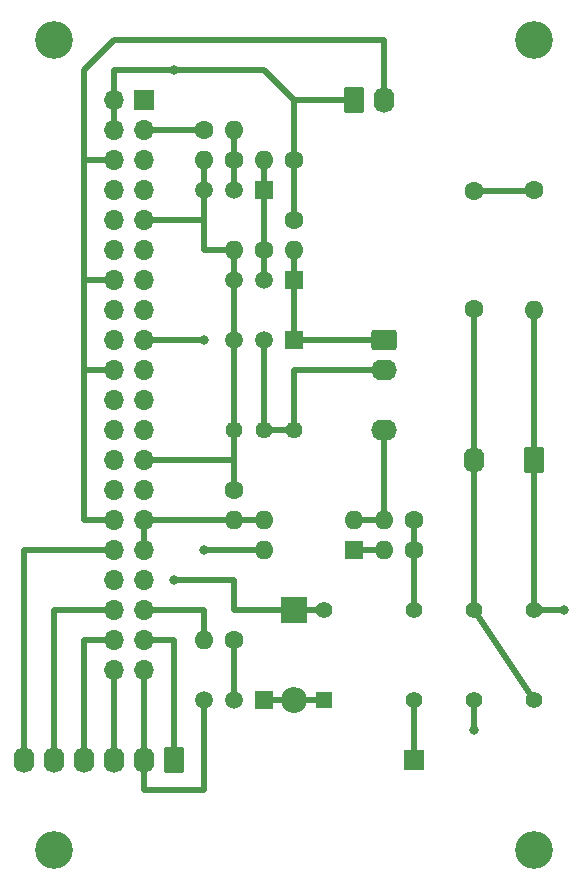
<source format=gbr>
%TF.GenerationSoftware,KiCad,Pcbnew,8.0.6*%
%TF.CreationDate,2025-01-17T11:28:56+01:00*%
%TF.ProjectId,TW39-mit-Powersave,54573339-2d6d-4697-942d-506f77657273,rev?*%
%TF.SameCoordinates,Original*%
%TF.FileFunction,Copper,L2,Bot*%
%TF.FilePolarity,Positive*%
%FSLAX46Y46*%
G04 Gerber Fmt 4.6, Leading zero omitted, Abs format (unit mm)*
G04 Created by KiCad (PCBNEW 8.0.6) date 2025-01-17 11:28:56*
%MOMM*%
%LPD*%
G01*
G04 APERTURE LIST*
G04 Aperture macros list*
%AMRoundRect*
0 Rectangle with rounded corners*
0 $1 Rounding radius*
0 $2 $3 $4 $5 $6 $7 $8 $9 X,Y pos of 4 corners*
0 Add a 4 corners polygon primitive as box body*
4,1,4,$2,$3,$4,$5,$6,$7,$8,$9,$2,$3,0*
0 Add four circle primitives for the rounded corners*
1,1,$1+$1,$2,$3*
1,1,$1+$1,$4,$5*
1,1,$1+$1,$6,$7*
1,1,$1+$1,$8,$9*
0 Add four rect primitives between the rounded corners*
20,1,$1+$1,$2,$3,$4,$5,0*
20,1,$1+$1,$4,$5,$6,$7,0*
20,1,$1+$1,$6,$7,$8,$9,0*
20,1,$1+$1,$8,$9,$2,$3,0*%
G04 Aperture macros list end*
%TA.AperFunction,ComponentPad*%
%ADD10RoundRect,0.250000X0.620000X0.845000X-0.620000X0.845000X-0.620000X-0.845000X0.620000X-0.845000X0*%
%TD*%
%TA.AperFunction,ComponentPad*%
%ADD11O,0.100000X0.100000*%
%TD*%
%TA.AperFunction,ComponentPad*%
%ADD12O,1.740000X2.190000*%
%TD*%
%TA.AperFunction,ComponentPad*%
%ADD13R,2.200000X2.200000*%
%TD*%
%TA.AperFunction,ComponentPad*%
%ADD14O,2.200000X2.200000*%
%TD*%
%TA.AperFunction,ComponentPad*%
%ADD15R,1.500000X1.500000*%
%TD*%
%TA.AperFunction,ComponentPad*%
%ADD16C,1.500000*%
%TD*%
%TA.AperFunction,ComponentPad*%
%ADD17R,1.400000X1.400000*%
%TD*%
%TA.AperFunction,ComponentPad*%
%ADD18C,1.400000*%
%TD*%
%TA.AperFunction,ComponentPad*%
%ADD19R,1.700000X1.700000*%
%TD*%
%TA.AperFunction,ComponentPad*%
%ADD20C,1.600000*%
%TD*%
%TA.AperFunction,ComponentPad*%
%ADD21O,1.600000X1.600000*%
%TD*%
%TA.AperFunction,ComponentPad*%
%ADD22C,3.200000*%
%TD*%
%TA.AperFunction,ComponentPad*%
%ADD23O,1.700000X1.700000*%
%TD*%
%TA.AperFunction,ComponentPad*%
%ADD24RoundRect,0.250000X-0.845000X0.620000X-0.845000X-0.620000X0.845000X-0.620000X0.845000X0.620000X0*%
%TD*%
%TA.AperFunction,ComponentPad*%
%ADD25O,2.190000X1.740000*%
%TD*%
%TA.AperFunction,ComponentPad*%
%ADD26R,1.600000X1.600000*%
%TD*%
%TA.AperFunction,ComponentPad*%
%ADD27C,1.440000*%
%TD*%
%TA.AperFunction,ComponentPad*%
%ADD28RoundRect,0.250000X-0.620000X-0.845000X0.620000X-0.845000X0.620000X0.845000X-0.620000X0.845000X0*%
%TD*%
%TA.AperFunction,ViaPad*%
%ADD29C,0.800000*%
%TD*%
%TA.AperFunction,Conductor*%
%ADD30C,0.500000*%
%TD*%
G04 APERTURE END LIST*
D10*
%TO.P,J5,1,Pin_1*%
%TO.N,ADO-1*%
X149860000Y-96520000D03*
D11*
%TO.P,J5,2,Pin_2*%
%TO.N,unconnected-(J5-Pin_2-Pad2)*%
X147320000Y-96520000D03*
D12*
%TO.P,J5,3,Pin_3*%
%TO.N,ADO-4*%
X144780000Y-96520000D03*
%TD*%
D13*
%TO.P,D1,1,K*%
%TO.N,+5V*%
X129540000Y-109220000D03*
D14*
%TO.P,D1,2,A*%
%TO.N,Net-(D1-A)*%
X129540000Y-116840000D03*
%TD*%
D15*
%TO.P,Q4,1,C*%
%TO.N,Net-(Q3-C)*%
X129540000Y-86360000D03*
D16*
%TO.P,Q4,2,B*%
%TO.N,Net-(Q4-B)*%
X127000000Y-86360000D03*
%TO.P,Q4,3,E*%
%TO.N,GND*%
X124460000Y-86360000D03*
%TD*%
D17*
%TO.P,K1,1*%
%TO.N,Net-(D1-A)*%
X132080000Y-116840000D03*
D18*
%TO.P,K1,4*%
%TO.N,+80V*%
X139700000Y-116840000D03*
%TO.P,K1,6*%
%TO.N,ADO-1*%
X144780000Y-116840000D03*
%TO.P,K1,8*%
%TO.N,ADO-4*%
X149860000Y-116840000D03*
%TO.P,K1,9*%
%TO.N,ADO-1*%
X149860000Y-109220000D03*
%TO.P,K1,11*%
%TO.N,ADO-4*%
X144780000Y-109220000D03*
%TO.P,K1,13*%
%TO.N,LOOP1*%
X139700000Y-109220000D03*
%TO.P,K1,16*%
%TO.N,+5V*%
X132080000Y-109220000D03*
%TD*%
D19*
%TO.P,J3,1,Pin_1*%
%TO.N,+80V*%
X139700000Y-121920000D03*
%TD*%
D20*
%TO.P,R11,1*%
%TO.N,GND*%
X124460000Y-99060000D03*
D21*
%TO.P,R11,2*%
%TO.N,RXD*%
X124460000Y-101600000D03*
%TD*%
D20*
%TO.P,R3,1*%
%TO.N,Net-(Q2-B)*%
X124460000Y-111760000D03*
D21*
%TO.P,R3,2*%
%TO.N,RLY-L*%
X121920000Y-111760000D03*
%TD*%
D10*
%TO.P,J2,1,Pin_1*%
%TO.N,RLY-P*%
X119380000Y-121920000D03*
D12*
%TO.P,J2,2,Pin_2*%
%TO.N,GND*%
X116840000Y-121920000D03*
%TO.P,J2,3,Pin_3*%
%TO.N,BTN_PWR*%
X114300000Y-121920000D03*
%TO.P,J2,4,Pin_4*%
%TO.N,LED_A*%
X111760000Y-121920000D03*
%TO.P,J2,5,Pin_5*%
%TO.N,LED_WB*%
X109220000Y-121920000D03*
%TO.P,J2,6,Pin_6*%
%TO.N,LED_Z*%
X106680000Y-121920000D03*
%TD*%
D20*
%TO.P,R2,1*%
%TO.N,Net-(Q1-B)*%
X124460000Y-71120000D03*
D21*
%TO.P,R2,2*%
%TO.N,GND*%
X121920000Y-71120000D03*
%TD*%
D22*
%TO.P,REF\u002A\u002A,*%
%TO.N,*%
X109220000Y-60960000D03*
%TD*%
D19*
%TO.P,J1,1,3V3*%
%TO.N,unconnected-(J1-3V3-Pad1)*%
X116840000Y-66040000D03*
D23*
%TO.P,J1,2,5V*%
%TO.N,+5V*%
X114300000Y-66040000D03*
%TO.P,J1,3,SDA/GPIO2*%
%TO.N,TXD*%
X116840000Y-68580000D03*
%TO.P,J1,4,5V*%
%TO.N,+5V*%
X114300000Y-68580000D03*
%TO.P,J1,5,SCL/GPIO3*%
%TO.N,unconnected-(J1-SCL{slash}GPIO3-Pad5)*%
X116840000Y-71120000D03*
%TO.P,J1,6,GND*%
%TO.N,GND*%
X114300000Y-71120000D03*
%TO.P,J1,7,GCLK0/GPIO4*%
%TO.N,unconnected-(J1-GCLK0{slash}GPIO4-Pad7)*%
X116840000Y-73660000D03*
%TO.P,J1,8,GPIO14/TXD*%
%TO.N,unconnected-(J1-GPIO14{slash}TXD-Pad8)*%
X114300000Y-73660000D03*
%TO.P,J1,9,GND*%
%TO.N,GND*%
X116840000Y-76200000D03*
%TO.P,J1,10,GPIO15/RXD*%
%TO.N,unconnected-(J1-GPIO15{slash}RXD-Pad10)*%
X114300000Y-76200000D03*
%TO.P,J1,11,GPIO17*%
%TO.N,unconnected-(J1-GPIO17-Pad11)*%
X116840000Y-78740000D03*
%TO.P,J1,12,GPIO18/PWM0*%
%TO.N,unconnected-(J1-GPIO18{slash}PWM0-Pad12)*%
X114300000Y-78740000D03*
%TO.P,J1,13,GPIO27*%
%TO.N,unconnected-(J1-GPIO27-Pad13)*%
X116840000Y-81280000D03*
%TO.P,J1,14,GND*%
%TO.N,GND*%
X114300000Y-81280000D03*
%TO.P,J1,15,GPIO22*%
%TO.N,unconnected-(J1-GPIO22-Pad15)*%
X116840000Y-83820000D03*
%TO.P,J1,16,GPIO23*%
%TO.N,unconnected-(J1-GPIO23-Pad16)*%
X114300000Y-83820000D03*
%TO.P,J1,17,3V3*%
%TO.N,3\u002C3V*%
X116840000Y-86360000D03*
%TO.P,J1,18,GPIO24*%
%TO.N,unconnected-(J1-GPIO24-Pad18)*%
X114300000Y-86360000D03*
%TO.P,J1,19,MOSI0/GPIO10*%
%TO.N,unconnected-(J1-MOSI0{slash}GPIO10-Pad19)*%
X116840000Y-88900000D03*
%TO.P,J1,20,GND*%
%TO.N,GND*%
X114300000Y-88900000D03*
%TO.P,J1,21,MISO0/GPIO9*%
%TO.N,unconnected-(J1-MISO0{slash}GPIO9-Pad21)*%
X116840000Y-91440000D03*
%TO.P,J1,22,GPIO25*%
%TO.N,unconnected-(J1-GPIO25-Pad22)*%
X114300000Y-91440000D03*
%TO.P,J1,23,SCLK0/GPIO11*%
%TO.N,unconnected-(J1-SCLK0{slash}GPIO11-Pad23)*%
X116840000Y-93980000D03*
%TO.P,J1,24,~{CE0}/GPIO8*%
%TO.N,unconnected-(J1-~{CE0}{slash}GPIO8-Pad24)*%
X114300000Y-93980000D03*
%TO.P,J1,25,GND*%
%TO.N,GND*%
X116840000Y-96520000D03*
%TO.P,J1,26,~{CE1}/GPIO7*%
%TO.N,unconnected-(J1-~{CE1}{slash}GPIO7-Pad26)*%
X114300000Y-96520000D03*
%TO.P,J1,27,ID_SD/GPIO0*%
%TO.N,unconnected-(J1-ID_SD{slash}GPIO0-Pad27)*%
X116840000Y-99060000D03*
%TO.P,J1,28,ID_SC/GPIO1*%
%TO.N,unconnected-(J1-ID_SC{slash}GPIO1-Pad28)*%
X114300000Y-99060000D03*
%TO.P,J1,29,GCLK1/GPIO5*%
%TO.N,RXD*%
X116840000Y-101600000D03*
%TO.P,J1,30,GND*%
%TO.N,GND*%
X114300000Y-101600000D03*
%TO.P,J1,31,GCLK2/GPIO6*%
%TO.N,RXD*%
X116840000Y-104140000D03*
%TO.P,J1,32,PWM0/GPIO12*%
%TO.N,LED_Z*%
X114300000Y-104140000D03*
%TO.P,J1,33,PWM1/GPIO13*%
%TO.N,unconnected-(J1-PWM1{slash}GPIO13-Pad33)*%
X116840000Y-106680000D03*
%TO.P,J1,34,GND*%
%TO.N,unconnected-(J1-GND-Pad34)*%
X114300000Y-106680000D03*
%TO.P,J1,35,GPIO19/MISO1*%
%TO.N,RLY-L*%
X116840000Y-109220000D03*
%TO.P,J1,36,GPIO16*%
%TO.N,LED_WB*%
X114300000Y-109220000D03*
%TO.P,J1,37,GPIO26*%
%TO.N,RLY-P*%
X116840000Y-111760000D03*
%TO.P,J1,38,GPIO20/MOSI1*%
%TO.N,LED_A*%
X114300000Y-111760000D03*
%TO.P,J1,39,GND*%
%TO.N,GND*%
X116840000Y-114300000D03*
%TO.P,J1,40,GPIO21/SCLK1*%
%TO.N,BTN_PWR*%
X114300000Y-114300000D03*
%TD*%
D20*
%TO.P,R9,1*%
%TO.N,LOOP1*%
X139700000Y-101600000D03*
D21*
%TO.P,R9,2*%
%TO.N,LOOP2*%
X137160000Y-101600000D03*
%TD*%
D15*
%TO.P,Q3,1,C*%
%TO.N,Net-(Q3-C)*%
X129540000Y-81280000D03*
D16*
%TO.P,Q3,2,B*%
%TO.N,Net-(Q1-C)*%
X127000000Y-81280000D03*
%TO.P,Q3,3,E*%
%TO.N,GND*%
X124460000Y-81280000D03*
%TD*%
D20*
%TO.P,C1,1*%
%TO.N,Net-(C1-Pad1)*%
X144780000Y-73740000D03*
%TO.P,C1,2*%
%TO.N,ADO-4*%
X144780000Y-83740000D03*
%TD*%
%TO.P,R6,1*%
%TO.N,Net-(C1-Pad1)*%
X149860000Y-73660000D03*
D21*
%TO.P,R6,2*%
%TO.N,ADO-1*%
X149860000Y-83820000D03*
%TD*%
D22*
%TO.P,REF\u002A\u002A,*%
%TO.N,*%
X149860000Y-129540000D03*
%TD*%
D15*
%TO.P,Q1,1,C*%
%TO.N,Net-(Q1-C)*%
X127000000Y-73660000D03*
D16*
%TO.P,Q1,2,B*%
%TO.N,Net-(Q1-B)*%
X124460000Y-73660000D03*
%TO.P,Q1,3,E*%
%TO.N,GND*%
X121920000Y-73660000D03*
%TD*%
D20*
%TO.P,R5,1*%
%TO.N,Net-(Q1-C)*%
X127000000Y-78740000D03*
D21*
%TO.P,R5,2*%
%TO.N,GND*%
X124460000Y-78740000D03*
%TD*%
D20*
%TO.P,R8,1*%
%TO.N,LOOP1*%
X139700000Y-104140000D03*
D21*
%TO.P,R8,2*%
%TO.N,Net-(R8-Pad2)*%
X137160000Y-104140000D03*
%TD*%
D22*
%TO.P,REF\u002A\u002A,*%
%TO.N,*%
X109220000Y-129540000D03*
%TD*%
D24*
%TO.P,Q5,1,B*%
%TO.N,Net-(Q3-C)*%
X137160000Y-86360000D03*
D25*
%TO.P,Q5,2,C*%
%TO.N,LOOP2*%
X137160000Y-93980000D03*
%TO.P,Q5,3,E*%
%TO.N,Net-(Q4-B)*%
X137160000Y-88900000D03*
D11*
%TO.P,Q5,4,E*%
%TO.N,N/C*%
X137160000Y-91440000D03*
%TD*%
D20*
%TO.P,R7,1*%
%TO.N,+5V*%
X129540000Y-76200000D03*
D21*
%TO.P,R7,2*%
%TO.N,Net-(Q3-C)*%
X129540000Y-78740000D03*
%TD*%
D26*
%TO.P,U1,1*%
%TO.N,Net-(R8-Pad2)*%
X134620000Y-104140000D03*
D21*
%TO.P,U1,2*%
%TO.N,LOOP2*%
X134620000Y-101600000D03*
%TO.P,U1,3*%
%TO.N,RXD*%
X127000000Y-101600000D03*
%TO.P,U1,4*%
%TO.N,3\u002C3V*%
X127000000Y-104140000D03*
%TD*%
D20*
%TO.P,R4,1*%
%TO.N,+5V*%
X129540000Y-71120000D03*
D21*
%TO.P,R4,2*%
%TO.N,Net-(Q1-C)*%
X127000000Y-71120000D03*
%TD*%
D27*
%TO.P,RV1,1,1*%
%TO.N,Net-(Q4-B)*%
X129540000Y-93980000D03*
%TO.P,RV1,2,2*%
X127000000Y-93980000D03*
%TO.P,RV1,3,3*%
%TO.N,GND*%
X124460000Y-93980000D03*
%TD*%
D15*
%TO.P,Q2,1,C*%
%TO.N,Net-(D1-A)*%
X127000000Y-116840000D03*
D16*
%TO.P,Q2,2,B*%
%TO.N,Net-(Q2-B)*%
X124460000Y-116840000D03*
%TO.P,Q2,3,E*%
%TO.N,GND*%
X121920000Y-116840000D03*
%TD*%
D20*
%TO.P,R1,1*%
%TO.N,TXD*%
X121920000Y-68580000D03*
D21*
%TO.P,R1,2*%
%TO.N,Net-(Q1-B)*%
X124460000Y-68580000D03*
%TD*%
D28*
%TO.P,J4,1,Pin_1*%
%TO.N,+5V*%
X134620000Y-66040000D03*
D12*
%TO.P,J4,2,Pin_2*%
%TO.N,GND*%
X137160000Y-66040000D03*
%TD*%
D22*
%TO.P,REF\u002A\u002A,*%
%TO.N,*%
X149860000Y-60960000D03*
%TD*%
D29*
%TO.N,ADO-1*%
X144780000Y-119380000D03*
X152400000Y-109220000D03*
%TO.N,+5V*%
X119380000Y-106680000D03*
X119380000Y-63500000D03*
%TO.N,3\u002C3V*%
X121920000Y-86360000D03*
X121920000Y-104140000D03*
%TD*%
D30*
%TO.N,Net-(C1-Pad1)*%
X144780000Y-73740000D02*
X149780000Y-73740000D01*
X149780000Y-73740000D02*
X149860000Y-73660000D01*
%TO.N,ADO-1*%
X149860000Y-83820000D02*
X149860000Y-109220000D01*
X149860000Y-109220000D02*
X152400000Y-109220000D01*
X144780000Y-119380000D02*
X144780000Y-116840000D01*
%TO.N,+5V*%
X129540000Y-76200000D02*
X129540000Y-71120000D01*
X114300000Y-63500000D02*
X119380000Y-63500000D01*
X129540000Y-66040000D02*
X127000000Y-63500000D01*
X114300000Y-66040000D02*
X114300000Y-63500000D01*
X119380000Y-106680000D02*
X124460000Y-106680000D01*
X127000000Y-63500000D02*
X119380000Y-63500000D01*
X134620000Y-66040000D02*
X129540000Y-66040000D01*
X129540000Y-109220000D02*
X132080000Y-109220000D01*
X114300000Y-68580000D02*
X114300000Y-66040000D01*
X124460000Y-106680000D02*
X124460000Y-109220000D01*
X129540000Y-71120000D02*
X129540000Y-66040000D01*
X124460000Y-109220000D02*
X129540000Y-109220000D01*
%TO.N,GND*%
X111760000Y-71120000D02*
X111760000Y-81280000D01*
X124460000Y-78740000D02*
X124460000Y-93980000D01*
X137160000Y-60960000D02*
X137160000Y-66040000D01*
X114300000Y-81280000D02*
X111760000Y-81280000D01*
X124460000Y-96520000D02*
X116840000Y-96520000D01*
X121920000Y-71120000D02*
X121920000Y-78740000D01*
X124460000Y-99060000D02*
X124460000Y-96520000D01*
X137160000Y-60960000D02*
X114300000Y-60960000D01*
X121920000Y-78740000D02*
X124460000Y-78740000D01*
X121920000Y-116840000D02*
X121920000Y-124460000D01*
X111760000Y-81280000D02*
X111760000Y-88900000D01*
X114300000Y-88900000D02*
X111760000Y-88900000D01*
X116840000Y-121920000D02*
X116840000Y-124460000D01*
X116840000Y-124460000D02*
X121920000Y-124460000D01*
X124460000Y-93980000D02*
X124460000Y-96520000D01*
X111760000Y-71120000D02*
X114300000Y-71120000D01*
X116840000Y-121920000D02*
X116840000Y-114300000D01*
X111760000Y-63500000D02*
X111760000Y-71120000D01*
X111760000Y-88900000D02*
X111760000Y-101600000D01*
X114300000Y-60960000D02*
X111760000Y-63500000D01*
X111760000Y-101600000D02*
X114300000Y-101600000D01*
X116840000Y-76200000D02*
X121920000Y-76200000D01*
%TO.N,LED_WB*%
X109220000Y-109220000D02*
X109220000Y-121920000D01*
X114300000Y-109220000D02*
X109220000Y-109220000D01*
%TO.N,RXD*%
X116840000Y-101600000D02*
X116840000Y-104140000D01*
X127000000Y-101600000D02*
X116840000Y-101600000D01*
%TO.N,RLY-P*%
X119380000Y-121920000D02*
X119380000Y-111760000D01*
X119380000Y-111760000D02*
X116840000Y-111760000D01*
%TO.N,TXD*%
X121920000Y-68580000D02*
X116840000Y-68580000D01*
%TO.N,LED_Z*%
X106680000Y-121920000D02*
X106680000Y-104140000D01*
X106680000Y-104140000D02*
X114300000Y-104140000D01*
%TO.N,RLY-L*%
X121920000Y-111760000D02*
X121920000Y-109220000D01*
X121920000Y-109220000D02*
X116840000Y-109220000D01*
%TO.N,BTN_PWR*%
X114300000Y-121920000D02*
X114300000Y-114300000D01*
%TO.N,LED_A*%
X114300000Y-111760000D02*
X111760000Y-111760000D01*
X111760000Y-111760000D02*
X111760000Y-121920000D01*
%TO.N,+80V*%
X139700000Y-121920000D02*
X139700000Y-116840000D01*
%TO.N,ADO-4*%
X144780000Y-109220000D02*
X144780000Y-83740000D01*
X144780000Y-109220000D02*
X149860000Y-116840000D01*
%TO.N,LOOP1*%
X139700000Y-109220000D02*
X139700000Y-101600000D01*
%TO.N,LOOP2*%
X137160000Y-101600000D02*
X137160000Y-93980000D01*
X134620000Y-101600000D02*
X137160000Y-101600000D01*
%TO.N,Net-(D1-A)*%
X127000000Y-116840000D02*
X132080000Y-116840000D01*
%TO.N,Net-(Q1-B)*%
X124460000Y-68580000D02*
X124460000Y-73660000D01*
%TO.N,Net-(Q1-C)*%
X127000000Y-78740000D02*
X127000000Y-81280000D01*
X127000000Y-71120000D02*
X127000000Y-73660000D01*
X127000000Y-73660000D02*
X127000000Y-78740000D01*
%TO.N,Net-(Q2-B)*%
X124460000Y-111760000D02*
X124460000Y-116840000D01*
%TO.N,Net-(Q3-C)*%
X129540000Y-78740000D02*
X129540000Y-86360000D01*
X129540000Y-86360000D02*
X137160000Y-86360000D01*
%TO.N,Net-(Q4-B)*%
X127000000Y-86360000D02*
X127000000Y-93980000D01*
X129540000Y-88900000D02*
X137160000Y-88900000D01*
X127000000Y-93980000D02*
X129540000Y-93980000D01*
X129540000Y-93980000D02*
X129540000Y-88900000D01*
%TO.N,Net-(R8-Pad2)*%
X137160000Y-104140000D02*
X134620000Y-104140000D01*
%TO.N,3\u002C3V*%
X121920000Y-86360000D02*
X116840000Y-86360000D01*
X127000000Y-104140000D02*
X121920000Y-104140000D01*
%TD*%
M02*

</source>
